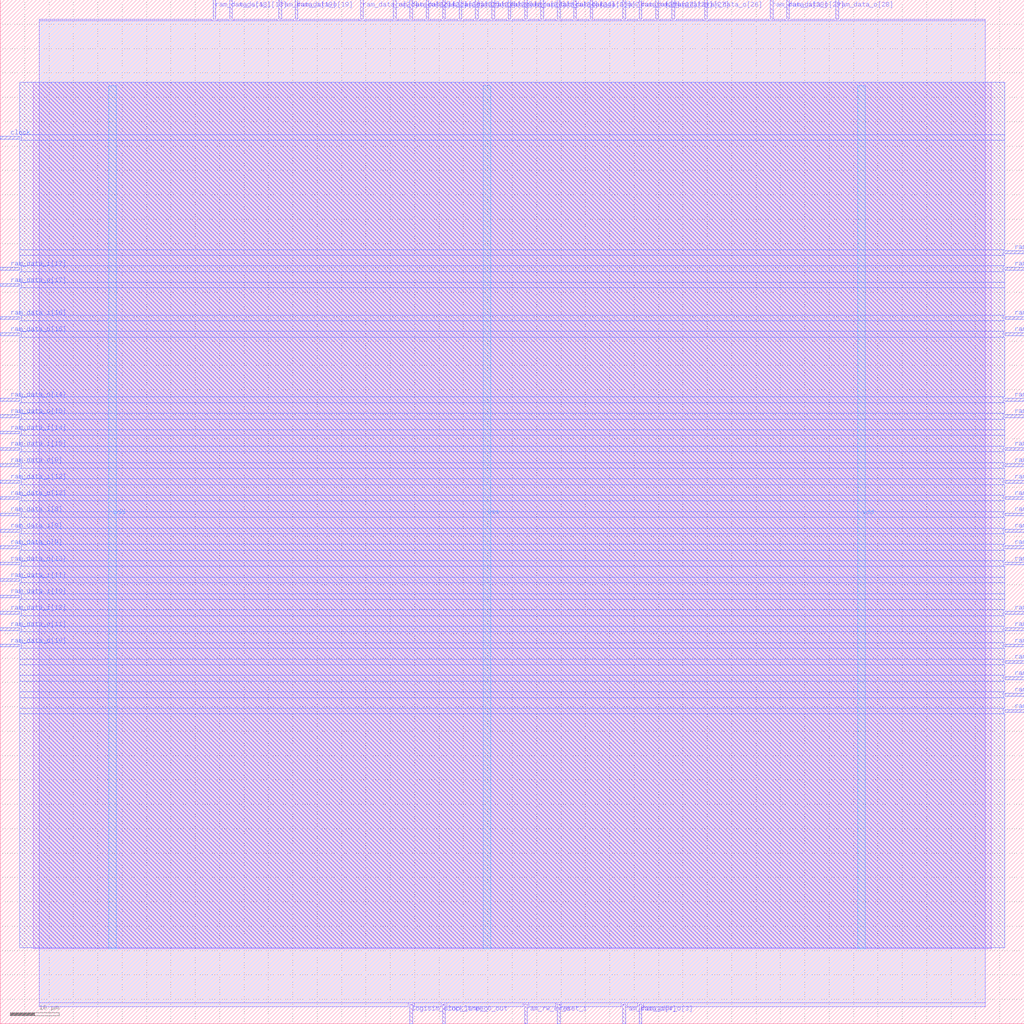
<source format=lef>
VERSION 5.7 ;
  NOWIREEXTENSIONATPIN ON ;
  DIVIDERCHAR "/" ;
  BUSBITCHARS "[]" ;
MACRO manchester_baby
  CLASS BLOCK ;
  FOREIGN manchester_baby ;
  ORIGIN 0.000 0.000 ;
  SIZE 210.000 BY 210.000 ;
  PIN clock
    DIRECTION INPUT ;
    USE SIGNAL ;
    ANTENNAGATEAREA 4.738000 ;
    ANTENNADIFFAREA 0.410400 ;
    PORT
      LAYER Metal3 ;
        RECT 0.000 181.440 4.000 182.000 ;
    END
  END clock
  PIN logisim_clock_tree_0_out
    DIRECTION OUTPUT TRISTATE ;
    USE SIGNAL ;
    ANTENNADIFFAREA 2.080400 ;
    PORT
      LAYER Metal2 ;
        RECT 84.000 0.000 84.560 4.000 ;
    END
  END logisim_clock_tree_0_out
  PIN ram_addr_o[0]
    DIRECTION OUTPUT TRISTATE ;
    USE SIGNAL ;
    ANTENNADIFFAREA 1.986000 ;
    PORT
      LAYER Metal3 ;
        RECT 206.000 84.000 210.000 84.560 ;
    END
  END ram_addr_o[0]
  PIN ram_addr_o[1]
    DIRECTION OUTPUT TRISTATE ;
    USE SIGNAL ;
    ANTENNADIFFAREA 2.080400 ;
    PORT
      LAYER Metal3 ;
        RECT 206.000 80.640 210.000 81.200 ;
    END
  END ram_addr_o[1]
  PIN ram_addr_o[2]
    DIRECTION OUTPUT TRISTATE ;
    USE SIGNAL ;
    ANTENNADIFFAREA 1.986000 ;
    PORT
      LAYER Metal3 ;
        RECT 206.000 77.280 210.000 77.840 ;
    END
  END ram_addr_o[2]
  PIN ram_addr_o[3]
    DIRECTION OUTPUT TRISTATE ;
    USE SIGNAL ;
    ANTENNADIFFAREA 2.080400 ;
    PORT
      LAYER Metal2 ;
        RECT 131.040 0.000 131.600 4.000 ;
    END
  END ram_addr_o[3]
  PIN ram_addr_o[4]
    DIRECTION OUTPUT TRISTATE ;
    USE SIGNAL ;
    ANTENNADIFFAREA 2.080400 ;
    PORT
      LAYER Metal3 ;
        RECT 206.000 73.920 210.000 74.480 ;
    END
  END ram_addr_o[4]
  PIN ram_data_i[0]
    DIRECTION INPUT ;
    USE SIGNAL ;
    ANTENNAGATEAREA 1.183000 ;
    ANTENNADIFFAREA 0.410400 ;
    PORT
      LAYER Metal3 ;
        RECT 206.000 70.560 210.000 71.120 ;
    END
  END ram_data_i[0]
  PIN ram_data_i[10]
    DIRECTION INPUT ;
    USE SIGNAL ;
    ANTENNAGATEAREA 0.726000 ;
    ANTENNADIFFAREA 0.410400 ;
    PORT
      LAYER Metal3 ;
        RECT 0.000 87.360 4.000 87.920 ;
    END
  END ram_data_i[10]
  PIN ram_data_i[11]
    DIRECTION INPUT ;
    USE SIGNAL ;
    ANTENNAGATEAREA 0.498500 ;
    ANTENNADIFFAREA 0.410400 ;
    PORT
      LAYER Metal3 ;
        RECT 0.000 90.720 4.000 91.280 ;
    END
  END ram_data_i[11]
  PIN ram_data_i[12]
    DIRECTION INPUT ;
    USE SIGNAL ;
    ANTENNAGATEAREA 0.726000 ;
    ANTENNADIFFAREA 0.410400 ;
    PORT
      LAYER Metal3 ;
        RECT 0.000 110.880 4.000 111.440 ;
    END
  END ram_data_i[12]
  PIN ram_data_i[13]
    DIRECTION INPUT ;
    USE SIGNAL ;
    ANTENNAGATEAREA 0.726000 ;
    ANTENNADIFFAREA 0.410400 ;
    PORT
      LAYER Metal3 ;
        RECT 0.000 84.000 4.000 84.560 ;
    END
  END ram_data_i[13]
  PIN ram_data_i[14]
    DIRECTION INPUT ;
    USE SIGNAL ;
    ANTENNAGATEAREA 0.498500 ;
    ANTENNADIFFAREA 0.410400 ;
    PORT
      LAYER Metal3 ;
        RECT 0.000 120.960 4.000 121.520 ;
    END
  END ram_data_i[14]
  PIN ram_data_i[15]
    DIRECTION INPUT ;
    USE SIGNAL ;
    ANTENNAGATEAREA 0.726000 ;
    ANTENNADIFFAREA 0.410400 ;
    PORT
      LAYER Metal3 ;
        RECT 0.000 117.600 4.000 118.160 ;
    END
  END ram_data_i[15]
  PIN ram_data_i[16]
    DIRECTION INPUT ;
    USE SIGNAL ;
    ANTENNAGATEAREA 0.741000 ;
    ANTENNADIFFAREA 0.410400 ;
    PORT
      LAYER Metal3 ;
        RECT 0.000 144.480 4.000 145.040 ;
    END
  END ram_data_i[16]
  PIN ram_data_i[17]
    DIRECTION INPUT ;
    USE SIGNAL ;
    ANTENNAGATEAREA 0.498500 ;
    ANTENNADIFFAREA 0.410400 ;
    PORT
      LAYER Metal3 ;
        RECT 0.000 154.560 4.000 155.120 ;
    END
  END ram_data_i[17]
  PIN ram_data_i[18]
    DIRECTION INPUT ;
    USE SIGNAL ;
    ANTENNAGATEAREA 0.726000 ;
    ANTENNADIFFAREA 0.410400 ;
    PORT
      LAYER Metal2 ;
        RECT 47.040 206.000 47.600 210.000 ;
    END
  END ram_data_i[18]
  PIN ram_data_i[19]
    DIRECTION INPUT ;
    USE SIGNAL ;
    ANTENNAGATEAREA 0.498500 ;
    ANTENNADIFFAREA 0.410400 ;
    PORT
      LAYER Metal2 ;
        RECT 57.120 206.000 57.680 210.000 ;
    END
  END ram_data_i[19]
  PIN ram_data_i[1]
    DIRECTION INPUT ;
    USE SIGNAL ;
    ANTENNAGATEAREA 1.102000 ;
    ANTENNADIFFAREA 0.410400 ;
    PORT
      LAYER Metal3 ;
        RECT 206.000 63.840 210.000 64.400 ;
    END
  END ram_data_i[1]
  PIN ram_data_i[20]
    DIRECTION INPUT ;
    USE SIGNAL ;
    ANTENNAGATEAREA 0.726000 ;
    ANTENNADIFFAREA 0.410400 ;
    PORT
      LAYER Metal2 ;
        RECT 87.360 206.000 87.920 210.000 ;
    END
  END ram_data_i[20]
  PIN ram_data_i[21]
    DIRECTION INPUT ;
    USE SIGNAL ;
    ANTENNAGATEAREA 0.726000 ;
    ANTENNADIFFAREA 0.410400 ;
    PORT
      LAYER Metal2 ;
        RECT 84.000 206.000 84.560 210.000 ;
    END
  END ram_data_i[21]
  PIN ram_data_i[22]
    DIRECTION INPUT ;
    USE SIGNAL ;
    ANTENNAGATEAREA 0.726000 ;
    ANTENNADIFFAREA 0.410400 ;
    PORT
      LAYER Metal2 ;
        RECT 90.720 206.000 91.280 210.000 ;
    END
  END ram_data_i[22]
  PIN ram_data_i[23]
    DIRECTION INPUT ;
    USE SIGNAL ;
    ANTENNAGATEAREA 0.498500 ;
    ANTENNADIFFAREA 0.410400 ;
    PORT
      LAYER Metal2 ;
        RECT 94.080 206.000 94.640 210.000 ;
    END
  END ram_data_i[23]
  PIN ram_data_i[24]
    DIRECTION INPUT ;
    USE SIGNAL ;
    ANTENNAGATEAREA 0.726000 ;
    ANTENNADIFFAREA 0.410400 ;
    PORT
      LAYER Metal2 ;
        RECT 110.880 206.000 111.440 210.000 ;
    END
  END ram_data_i[24]
  PIN ram_data_i[25]
    DIRECTION INPUT ;
    USE SIGNAL ;
    ANTENNAGATEAREA 0.498500 ;
    ANTENNADIFFAREA 0.410400 ;
    PORT
      LAYER Metal2 ;
        RECT 117.600 206.000 118.160 210.000 ;
    END
  END ram_data_i[25]
  PIN ram_data_i[26]
    DIRECTION INPUT ;
    USE SIGNAL ;
    ANTENNAGATEAREA 0.741000 ;
    ANTENNADIFFAREA 0.410400 ;
    PORT
      LAYER Metal2 ;
        RECT 134.400 206.000 134.960 210.000 ;
    END
  END ram_data_i[26]
  PIN ram_data_i[27]
    DIRECTION INPUT ;
    USE SIGNAL ;
    ANTENNAGATEAREA 0.726000 ;
    ANTENNADIFFAREA 0.410400 ;
    PORT
      LAYER Metal2 ;
        RECT 137.760 206.000 138.320 210.000 ;
    END
  END ram_data_i[27]
  PIN ram_data_i[28]
    DIRECTION INPUT ;
    USE SIGNAL ;
    ANTENNAGATEAREA 1.102000 ;
    ANTENNADIFFAREA 0.410400 ;
    PORT
      LAYER Metal2 ;
        RECT 157.920 206.000 158.480 210.000 ;
    END
  END ram_data_i[28]
  PIN ram_data_i[29]
    DIRECTION INPUT ;
    USE SIGNAL ;
    ANTENNAGATEAREA 0.498500 ;
    ANTENNADIFFAREA 0.410400 ;
    PORT
      LAYER Metal3 ;
        RECT 206.000 157.920 210.000 158.480 ;
    END
  END ram_data_i[29]
  PIN ram_data_i[2]
    DIRECTION INPUT ;
    USE SIGNAL ;
    ANTENNAGATEAREA 0.741000 ;
    ANTENNADIFFAREA 0.410400 ;
    PORT
      LAYER Metal3 ;
        RECT 206.000 100.800 210.000 101.360 ;
    END
  END ram_data_i[2]
  PIN ram_data_i[30]
    DIRECTION INPUT ;
    USE SIGNAL ;
    ANTENNAGATEAREA 0.498500 ;
    ANTENNADIFFAREA 0.410400 ;
    PORT
      LAYER Metal3 ;
        RECT 206.000 154.560 210.000 155.120 ;
    END
  END ram_data_i[30]
  PIN ram_data_i[31]
    DIRECTION INPUT ;
    USE SIGNAL ;
    ANTENNAGATEAREA 0.741000 ;
    ANTENNADIFFAREA 0.410400 ;
    PORT
      LAYER Metal3 ;
        RECT 206.000 141.120 210.000 141.680 ;
    END
  END ram_data_i[31]
  PIN ram_data_i[3]
    DIRECTION INPUT ;
    USE SIGNAL ;
    ANTENNAGATEAREA 0.741000 ;
    ANTENNADIFFAREA 0.410400 ;
    PORT
      LAYER Metal3 ;
        RECT 206.000 94.080 210.000 94.640 ;
    END
  END ram_data_i[3]
  PIN ram_data_i[4]
    DIRECTION INPUT ;
    USE SIGNAL ;
    ANTENNAGATEAREA 1.102000 ;
    ANTENNADIFFAREA 0.410400 ;
    PORT
      LAYER Metal2 ;
        RECT 127.680 0.000 128.240 4.000 ;
    END
  END ram_data_i[4]
  PIN ram_data_i[5]
    DIRECTION INPUT ;
    USE SIGNAL ;
    ANTENNAGATEAREA 0.498500 ;
    ANTENNADIFFAREA 0.410400 ;
    PORT
      LAYER Metal3 ;
        RECT 206.000 107.520 210.000 108.080 ;
    END
  END ram_data_i[5]
  PIN ram_data_i[6]
    DIRECTION INPUT ;
    USE SIGNAL ;
    ANTENNAGATEAREA 0.498500 ;
    ANTENNADIFFAREA 0.410400 ;
    PORT
      LAYER Metal2 ;
        RECT 107.520 206.000 108.080 210.000 ;
    END
  END ram_data_i[6]
  PIN ram_data_i[7]
    DIRECTION INPUT ;
    USE SIGNAL ;
    ANTENNAGATEAREA 0.741000 ;
    ANTENNADIFFAREA 0.410400 ;
    PORT
      LAYER Metal3 ;
        RECT 206.000 114.240 210.000 114.800 ;
    END
  END ram_data_i[7]
  PIN ram_data_i[8]
    DIRECTION INPUT ;
    USE SIGNAL ;
    ANTENNAGATEAREA 1.102000 ;
    ANTENNADIFFAREA 0.410400 ;
    PORT
      LAYER Metal3 ;
        RECT 0.000 104.160 4.000 104.720 ;
    END
  END ram_data_i[8]
  PIN ram_data_i[9]
    DIRECTION INPUT ;
    USE SIGNAL ;
    ANTENNAGATEAREA 1.102000 ;
    ANTENNADIFFAREA 0.410400 ;
    PORT
      LAYER Metal3 ;
        RECT 0.000 100.800 4.000 101.360 ;
    END
  END ram_data_i[9]
  PIN ram_data_o[0]
    DIRECTION OUTPUT TRISTATE ;
    USE SIGNAL ;
    ANTENNADIFFAREA 1.986000 ;
    PORT
      LAYER Metal3 ;
        RECT 206.000 110.880 210.000 111.440 ;
    END
  END ram_data_o[0]
  PIN ram_data_o[10]
    DIRECTION OUTPUT TRISTATE ;
    USE SIGNAL ;
    ANTENNADIFFAREA 1.986000 ;
    PORT
      LAYER Metal3 ;
        RECT 0.000 77.280 4.000 77.840 ;
    END
  END ram_data_o[10]
  PIN ram_data_o[11]
    DIRECTION OUTPUT TRISTATE ;
    USE SIGNAL ;
    ANTENNADIFFAREA 2.080400 ;
    PORT
      LAYER Metal3 ;
        RECT 0.000 80.640 4.000 81.200 ;
    END
  END ram_data_o[11]
  PIN ram_data_o[12]
    DIRECTION OUTPUT TRISTATE ;
    USE SIGNAL ;
    ANTENNADIFFAREA 2.080400 ;
    PORT
      LAYER Metal3 ;
        RECT 0.000 107.520 4.000 108.080 ;
    END
  END ram_data_o[12]
  PIN ram_data_o[13]
    DIRECTION OUTPUT TRISTATE ;
    USE SIGNAL ;
    ANTENNADIFFAREA 1.986000 ;
    PORT
      LAYER Metal3 ;
        RECT 0.000 94.080 4.000 94.640 ;
    END
  END ram_data_o[13]
  PIN ram_data_o[14]
    DIRECTION OUTPUT TRISTATE ;
    USE SIGNAL ;
    ANTENNADIFFAREA 1.986000 ;
    PORT
      LAYER Metal3 ;
        RECT 0.000 127.680 4.000 128.240 ;
    END
  END ram_data_o[14]
  PIN ram_data_o[15]
    DIRECTION OUTPUT TRISTATE ;
    USE SIGNAL ;
    ANTENNADIFFAREA 2.080400 ;
    PORT
      LAYER Metal3 ;
        RECT 0.000 124.320 4.000 124.880 ;
    END
  END ram_data_o[15]
  PIN ram_data_o[16]
    DIRECTION OUTPUT TRISTATE ;
    USE SIGNAL ;
    ANTENNADIFFAREA 2.080400 ;
    PORT
      LAYER Metal3 ;
        RECT 0.000 141.120 4.000 141.680 ;
    END
  END ram_data_o[16]
  PIN ram_data_o[17]
    DIRECTION OUTPUT TRISTATE ;
    USE SIGNAL ;
    ANTENNADIFFAREA 2.080400 ;
    PORT
      LAYER Metal3 ;
        RECT 0.000 151.200 4.000 151.760 ;
    END
  END ram_data_o[17]
  PIN ram_data_o[18]
    DIRECTION OUTPUT TRISTATE ;
    USE SIGNAL ;
    ANTENNADIFFAREA 2.080400 ;
    PORT
      LAYER Metal2 ;
        RECT 43.680 206.000 44.240 210.000 ;
    END
  END ram_data_o[18]
  PIN ram_data_o[19]
    DIRECTION OUTPUT TRISTATE ;
    USE SIGNAL ;
    ANTENNADIFFAREA 2.080400 ;
    PORT
      LAYER Metal2 ;
        RECT 60.480 206.000 61.040 210.000 ;
    END
  END ram_data_o[19]
  PIN ram_data_o[1]
    DIRECTION OUTPUT TRISTATE ;
    USE SIGNAL ;
    ANTENNADIFFAREA 1.986000 ;
    PORT
      LAYER Metal3 ;
        RECT 206.000 97.440 210.000 98.000 ;
    END
  END ram_data_o[1]
  PIN ram_data_o[20]
    DIRECTION OUTPUT TRISTATE ;
    USE SIGNAL ;
    ANTENNADIFFAREA 2.080400 ;
    PORT
      LAYER Metal2 ;
        RECT 97.440 206.000 98.000 210.000 ;
    END
  END ram_data_o[20]
  PIN ram_data_o[21]
    DIRECTION OUTPUT TRISTATE ;
    USE SIGNAL ;
    ANTENNADIFFAREA 2.080400 ;
    PORT
      LAYER Metal2 ;
        RECT 73.920 206.000 74.480 210.000 ;
    END
  END ram_data_o[21]
  PIN ram_data_o[22]
    DIRECTION OUTPUT TRISTATE ;
    USE SIGNAL ;
    ANTENNADIFFAREA 2.080400 ;
    PORT
      LAYER Metal2 ;
        RECT 80.640 206.000 81.200 210.000 ;
    END
  END ram_data_o[22]
  PIN ram_data_o[23]
    DIRECTION OUTPUT TRISTATE ;
    USE SIGNAL ;
    ANTENNADIFFAREA 1.986000 ;
    PORT
      LAYER Metal2 ;
        RECT 104.160 206.000 104.720 210.000 ;
    END
  END ram_data_o[23]
  PIN ram_data_o[24]
    DIRECTION OUTPUT TRISTATE ;
    USE SIGNAL ;
    ANTENNADIFFAREA 2.080400 ;
    PORT
      LAYER Metal2 ;
        RECT 114.240 206.000 114.800 210.000 ;
    END
  END ram_data_o[24]
  PIN ram_data_o[25]
    DIRECTION OUTPUT TRISTATE ;
    USE SIGNAL ;
    ANTENNADIFFAREA 1.986000 ;
    PORT
      LAYER Metal2 ;
        RECT 127.680 206.000 128.240 210.000 ;
    END
  END ram_data_o[25]
  PIN ram_data_o[26]
    DIRECTION OUTPUT TRISTATE ;
    USE SIGNAL ;
    ANTENNADIFFAREA 2.080400 ;
    PORT
      LAYER Metal2 ;
        RECT 144.480 206.000 145.040 210.000 ;
    END
  END ram_data_o[26]
  PIN ram_data_o[27]
    DIRECTION OUTPUT TRISTATE ;
    USE SIGNAL ;
    ANTENNADIFFAREA 2.080400 ;
    PORT
      LAYER Metal2 ;
        RECT 131.040 206.000 131.600 210.000 ;
    END
  END ram_data_o[27]
  PIN ram_data_o[28]
    DIRECTION OUTPUT TRISTATE ;
    USE SIGNAL ;
    ANTENNADIFFAREA 1.986000 ;
    PORT
      LAYER Metal2 ;
        RECT 171.360 206.000 171.920 210.000 ;
    END
  END ram_data_o[28]
  PIN ram_data_o[29]
    DIRECTION OUTPUT TRISTATE ;
    USE SIGNAL ;
    ANTENNADIFFAREA 1.986000 ;
    PORT
      LAYER Metal2 ;
        RECT 161.280 206.000 161.840 210.000 ;
    END
  END ram_data_o[29]
  PIN ram_data_o[2]
    DIRECTION OUTPUT TRISTATE ;
    USE SIGNAL ;
    ANTENNADIFFAREA 1.986000 ;
    PORT
      LAYER Metal3 ;
        RECT 206.000 127.680 210.000 128.240 ;
    END
  END ram_data_o[2]
  PIN ram_data_o[30]
    DIRECTION OUTPUT TRISTATE ;
    USE SIGNAL ;
    ANTENNADIFFAREA 1.986000 ;
    PORT
      LAYER Metal3 ;
        RECT 206.000 144.480 210.000 145.040 ;
    END
  END ram_data_o[30]
  PIN ram_data_o[31]
    DIRECTION OUTPUT TRISTATE ;
    USE SIGNAL ;
    ANTENNADIFFAREA 1.986000 ;
    PORT
      LAYER Metal3 ;
        RECT 206.000 67.200 210.000 67.760 ;
    END
  END ram_data_o[31]
  PIN ram_data_o[3]
    DIRECTION OUTPUT TRISTATE ;
    USE SIGNAL ;
    ANTENNADIFFAREA 2.080400 ;
    PORT
      LAYER Metal3 ;
        RECT 206.000 124.320 210.000 124.880 ;
    END
  END ram_data_o[3]
  PIN ram_data_o[4]
    DIRECTION OUTPUT TRISTATE ;
    USE SIGNAL ;
    ANTENNADIFFAREA 1.986000 ;
    PORT
      LAYER Metal3 ;
        RECT 206.000 117.600 210.000 118.160 ;
    END
  END ram_data_o[4]
  PIN ram_data_o[5]
    DIRECTION OUTPUT TRISTATE ;
    USE SIGNAL ;
    ANTENNADIFFAREA 1.986000 ;
    PORT
      LAYER Metal3 ;
        RECT 206.000 104.160 210.000 104.720 ;
    END
  END ram_data_o[5]
  PIN ram_data_o[6]
    DIRECTION OUTPUT TRISTATE ;
    USE SIGNAL ;
    ANTENNADIFFAREA 2.080400 ;
    PORT
      LAYER Metal2 ;
        RECT 100.800 206.000 101.360 210.000 ;
    END
  END ram_data_o[6]
  PIN ram_data_o[7]
    DIRECTION OUTPUT TRISTATE ;
    USE SIGNAL ;
    ANTENNADIFFAREA 1.986000 ;
    PORT
      LAYER Metal2 ;
        RECT 120.960 206.000 121.520 210.000 ;
    END
  END ram_data_o[7]
  PIN ram_data_o[8]
    DIRECTION OUTPUT TRISTATE ;
    USE SIGNAL ;
    ANTENNADIFFAREA 1.986000 ;
    PORT
      LAYER Metal3 ;
        RECT 0.000 114.240 4.000 114.800 ;
    END
  END ram_data_o[8]
  PIN ram_data_o[9]
    DIRECTION OUTPUT TRISTATE ;
    USE SIGNAL ;
    ANTENNADIFFAREA 1.986000 ;
    PORT
      LAYER Metal3 ;
        RECT 0.000 97.440 4.000 98.000 ;
    END
  END ram_data_o[9]
  PIN ram_rw_en_o
    DIRECTION OUTPUT TRISTATE ;
    USE SIGNAL ;
    ANTENNADIFFAREA 2.080400 ;
    PORT
      LAYER Metal2 ;
        RECT 107.520 0.000 108.080 4.000 ;
    END
  END ram_rw_en_o
  PIN reset_i
    DIRECTION INPUT ;
    USE SIGNAL ;
    ANTENNAGATEAREA 0.741000 ;
    ANTENNADIFFAREA 0.410400 ;
    PORT
      LAYER Metal2 ;
        RECT 114.240 0.000 114.800 4.000 ;
    END
  END reset_i
  PIN stop_lamp_o
    DIRECTION OUTPUT TRISTATE ;
    USE SIGNAL ;
    ANTENNADIFFAREA 2.080400 ;
    PORT
      LAYER Metal2 ;
        RECT 90.720 0.000 91.280 4.000 ;
    END
  END stop_lamp_o
  PIN vdd
    DIRECTION INOUT ;
    USE POWER ;
    PORT
      LAYER Metal4 ;
        RECT 22.240 15.380 23.840 192.380 ;
    END
    PORT
      LAYER Metal4 ;
        RECT 175.840 15.380 177.440 192.380 ;
    END
  END vdd
  PIN vss
    DIRECTION INOUT ;
    USE GROUND ;
    PORT
      LAYER Metal4 ;
        RECT 99.040 15.380 100.640 192.380 ;
    END
  END vss
  OBS
      LAYER Metal1 ;
        RECT 6.720 15.380 203.280 193.050 ;
      LAYER Metal2 ;
        RECT 7.980 205.700 43.380 206.000 ;
        RECT 44.540 205.700 46.740 206.000 ;
        RECT 47.900 205.700 56.820 206.000 ;
        RECT 57.980 205.700 60.180 206.000 ;
        RECT 61.340 205.700 73.620 206.000 ;
        RECT 74.780 205.700 80.340 206.000 ;
        RECT 81.500 205.700 83.700 206.000 ;
        RECT 84.860 205.700 87.060 206.000 ;
        RECT 88.220 205.700 90.420 206.000 ;
        RECT 91.580 205.700 93.780 206.000 ;
        RECT 94.940 205.700 97.140 206.000 ;
        RECT 98.300 205.700 100.500 206.000 ;
        RECT 101.660 205.700 103.860 206.000 ;
        RECT 105.020 205.700 107.220 206.000 ;
        RECT 108.380 205.700 110.580 206.000 ;
        RECT 111.740 205.700 113.940 206.000 ;
        RECT 115.100 205.700 117.300 206.000 ;
        RECT 118.460 205.700 120.660 206.000 ;
        RECT 121.820 205.700 127.380 206.000 ;
        RECT 128.540 205.700 130.740 206.000 ;
        RECT 131.900 205.700 134.100 206.000 ;
        RECT 135.260 205.700 137.460 206.000 ;
        RECT 138.620 205.700 144.180 206.000 ;
        RECT 145.340 205.700 157.620 206.000 ;
        RECT 158.780 205.700 160.980 206.000 ;
        RECT 162.140 205.700 171.060 206.000 ;
        RECT 172.220 205.700 202.020 206.000 ;
        RECT 7.980 4.300 202.020 205.700 ;
        RECT 7.980 3.500 83.700 4.300 ;
        RECT 84.860 3.500 90.420 4.300 ;
        RECT 91.580 3.500 107.220 4.300 ;
        RECT 108.380 3.500 113.940 4.300 ;
        RECT 115.100 3.500 127.380 4.300 ;
        RECT 128.540 3.500 130.740 4.300 ;
        RECT 131.900 3.500 202.020 4.300 ;
      LAYER Metal3 ;
        RECT 4.000 182.300 206.000 193.060 ;
        RECT 4.300 181.140 206.000 182.300 ;
        RECT 4.000 158.780 206.000 181.140 ;
        RECT 4.000 157.620 205.700 158.780 ;
        RECT 4.000 155.420 206.000 157.620 ;
        RECT 4.300 154.260 205.700 155.420 ;
        RECT 4.000 152.060 206.000 154.260 ;
        RECT 4.300 150.900 206.000 152.060 ;
        RECT 4.000 145.340 206.000 150.900 ;
        RECT 4.300 144.180 205.700 145.340 ;
        RECT 4.000 141.980 206.000 144.180 ;
        RECT 4.300 140.820 205.700 141.980 ;
        RECT 4.000 128.540 206.000 140.820 ;
        RECT 4.300 127.380 205.700 128.540 ;
        RECT 4.000 125.180 206.000 127.380 ;
        RECT 4.300 124.020 205.700 125.180 ;
        RECT 4.000 121.820 206.000 124.020 ;
        RECT 4.300 120.660 206.000 121.820 ;
        RECT 4.000 118.460 206.000 120.660 ;
        RECT 4.300 117.300 205.700 118.460 ;
        RECT 4.000 115.100 206.000 117.300 ;
        RECT 4.300 113.940 205.700 115.100 ;
        RECT 4.000 111.740 206.000 113.940 ;
        RECT 4.300 110.580 205.700 111.740 ;
        RECT 4.000 108.380 206.000 110.580 ;
        RECT 4.300 107.220 205.700 108.380 ;
        RECT 4.000 105.020 206.000 107.220 ;
        RECT 4.300 103.860 205.700 105.020 ;
        RECT 4.000 101.660 206.000 103.860 ;
        RECT 4.300 100.500 205.700 101.660 ;
        RECT 4.000 98.300 206.000 100.500 ;
        RECT 4.300 97.140 205.700 98.300 ;
        RECT 4.000 94.940 206.000 97.140 ;
        RECT 4.300 93.780 205.700 94.940 ;
        RECT 4.000 91.580 206.000 93.780 ;
        RECT 4.300 90.420 206.000 91.580 ;
        RECT 4.000 88.220 206.000 90.420 ;
        RECT 4.300 87.060 206.000 88.220 ;
        RECT 4.000 84.860 206.000 87.060 ;
        RECT 4.300 83.700 205.700 84.860 ;
        RECT 4.000 81.500 206.000 83.700 ;
        RECT 4.300 80.340 205.700 81.500 ;
        RECT 4.000 78.140 206.000 80.340 ;
        RECT 4.300 76.980 205.700 78.140 ;
        RECT 4.000 74.780 206.000 76.980 ;
        RECT 4.000 73.620 205.700 74.780 ;
        RECT 4.000 71.420 206.000 73.620 ;
        RECT 4.000 70.260 205.700 71.420 ;
        RECT 4.000 68.060 206.000 70.260 ;
        RECT 4.000 66.900 205.700 68.060 ;
        RECT 4.000 64.700 206.000 66.900 ;
        RECT 4.000 63.540 205.700 64.700 ;
        RECT 4.000 15.540 206.000 63.540 ;
  END
END manchester_baby
END LIBRARY


</source>
